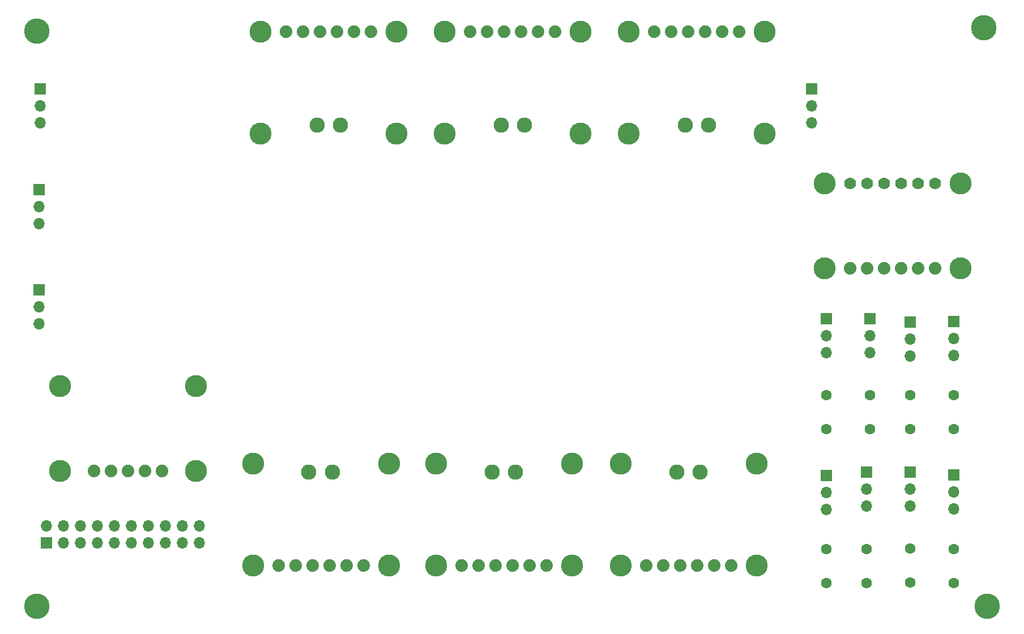
<source format=gbr>
%TF.GenerationSoftware,KiCad,Pcbnew,(6.0.0-0)*%
%TF.CreationDate,2022-09-21T21:39:14-04:00*%
%TF.ProjectId,PEC_Prognostic_Board,5045435f-5072-46f6-976e-6f737469635f,rev?*%
%TF.SameCoordinates,Original*%
%TF.FileFunction,Soldermask,Top*%
%TF.FilePolarity,Negative*%
%FSLAX46Y46*%
G04 Gerber Fmt 4.6, Leading zero omitted, Abs format (unit mm)*
G04 Created by KiCad (PCBNEW (6.0.0-0)) date 2022-09-21 21:39:14*
%MOMM*%
%LPD*%
G01*
G04 APERTURE LIST*
%ADD10C,3.800000*%
%ADD11C,2.600000*%
%ADD12O,1.700000X1.700000*%
%ADD13R,1.700000X1.700000*%
%ADD14C,1.600000*%
%ADD15C,3.301600*%
%ADD16C,1.879600*%
%ADD17C,2.286000*%
%ADD18C,1.778000*%
G04 APERTURE END LIST*
D10*
%TO.C,REF\u002A\u002A*%
X74000000Y-44500000D03*
D11*
X74000000Y-44500000D03*
%TD*%
D10*
%TO.C,REF\u002A\u002A*%
X215500000Y-44000000D03*
D11*
X215500000Y-44000000D03*
%TD*%
D10*
%TO.C,REF\u002A\u002A*%
X216000000Y-130500000D03*
D11*
X216000000Y-130500000D03*
%TD*%
D10*
%TO.C,REF\u002A\u002A*%
X74000000Y-130500000D03*
D11*
X74000000Y-130500000D03*
%TD*%
D12*
%TO.C,U9*%
X189811267Y-58165647D03*
X189811267Y-55625647D03*
D13*
X189811267Y-53085647D03*
%TD*%
D14*
%TO.C,R1*%
X198000000Y-127000000D03*
X198000000Y-121920000D03*
%TD*%
D15*
%TO.C,U1*%
X77463000Y-97533000D03*
X97783000Y-97533000D03*
X97783000Y-110233000D03*
X77463000Y-110233000D03*
D16*
X92703000Y-110233000D03*
X90163000Y-110233000D03*
X87623000Y-110233000D03*
X85083000Y-110233000D03*
X82543000Y-110233000D03*
%TD*%
D12*
%TO.C,TH7*%
X211000000Y-93040000D03*
X211000000Y-90500000D03*
D13*
X211000000Y-87960000D03*
%TD*%
D12*
%TO.C,TH5*%
X211000000Y-115985000D03*
X211000000Y-113445000D03*
D13*
X211000000Y-110905000D03*
%TD*%
D15*
%TO.C,U4*%
X153963000Y-124428000D03*
X133643000Y-109188000D03*
X153963000Y-109188000D03*
X133643000Y-124428000D03*
D16*
X150153000Y-124428000D03*
X147613000Y-124428000D03*
X145073000Y-124428000D03*
X142533000Y-124428000D03*
D17*
X145503000Y-110458000D03*
D16*
X139993000Y-124428000D03*
D17*
X142003000Y-110458000D03*
D16*
X137453000Y-124428000D03*
%TD*%
D12*
%TO.C,TH6*%
X204500000Y-93055000D03*
X204500000Y-90515000D03*
D13*
X204500000Y-87975000D03*
%TD*%
D15*
%TO.C,U7*%
X182737000Y-44572000D03*
X162417000Y-59812000D03*
X182737000Y-59812000D03*
X162417000Y-44572000D03*
D16*
X166227000Y-44572000D03*
X168767000Y-44572000D03*
X171307000Y-44572000D03*
X173847000Y-44572000D03*
X176387000Y-44572000D03*
D17*
X170877000Y-58542000D03*
X174377000Y-58542000D03*
D16*
X178927000Y-44572000D03*
%TD*%
D14*
%TO.C,R2*%
X192000000Y-104025000D03*
X192000000Y-98945000D03*
%TD*%
D12*
%TO.C,U12*%
X74311267Y-88268923D03*
X74311267Y-85728923D03*
D13*
X74311267Y-83188923D03*
%TD*%
D14*
%TO.C,R0*%
X192000000Y-127045000D03*
X192000000Y-121965000D03*
%TD*%
%TO.C,R7*%
X211000000Y-104045000D03*
X211000000Y-98965000D03*
%TD*%
D15*
%TO.C,U8*%
X106263000Y-109188000D03*
X126583000Y-109188000D03*
X126583000Y-124428000D03*
X106263000Y-124428000D03*
D16*
X122773000Y-124428000D03*
X120233000Y-124428000D03*
X117693000Y-124428000D03*
X115153000Y-124428000D03*
X112613000Y-124428000D03*
D17*
X118123000Y-110458000D03*
D16*
X110073000Y-124428000D03*
D17*
X114623000Y-110458000D03*
%TD*%
D12*
%TO.C,U11*%
X74311267Y-73268923D03*
X74311267Y-70728923D03*
D13*
X74311267Y-68188923D03*
%TD*%
D14*
%TO.C,R3*%
X198500000Y-104025000D03*
X198500000Y-98945000D03*
%TD*%
D12*
%TO.C,TH0*%
X192000000Y-116020000D03*
X192000000Y-113480000D03*
D13*
X192000000Y-110940000D03*
%TD*%
D12*
%TO.C,TH4*%
X204500000Y-115540000D03*
X204500000Y-113000000D03*
D13*
X204500000Y-110460000D03*
%TD*%
D12*
%TO.C,U10*%
X74444250Y-58165647D03*
X74444250Y-55625647D03*
D13*
X74444250Y-53085647D03*
%TD*%
D15*
%TO.C,U6*%
X161263000Y-109188000D03*
X161263000Y-124428000D03*
X181583000Y-109188000D03*
X181583000Y-124428000D03*
D16*
X177773000Y-124428000D03*
X175233000Y-124428000D03*
X172693000Y-124428000D03*
X170153000Y-124428000D03*
X167613000Y-124428000D03*
D17*
X173123000Y-110458000D03*
D16*
X165073000Y-124428000D03*
D17*
X169623000Y-110458000D03*
%TD*%
D12*
%TO.C,TH3*%
X198500000Y-92580000D03*
X198500000Y-90040000D03*
D13*
X198500000Y-87500000D03*
%TD*%
D12*
%TO.C,J1*%
X98280000Y-118500000D03*
X98280000Y-121040000D03*
X95740000Y-118500000D03*
X95740000Y-121040000D03*
X93200000Y-118500000D03*
X93200000Y-121040000D03*
X90660000Y-118500000D03*
X90660000Y-121040000D03*
X88120000Y-118500000D03*
X88120000Y-121040000D03*
X85580000Y-118500000D03*
X85580000Y-121040000D03*
X83040000Y-118500000D03*
X83040000Y-121040000D03*
X80500000Y-118500000D03*
X80500000Y-121040000D03*
X77960000Y-118500000D03*
X77960000Y-121040000D03*
X75420000Y-118500000D03*
D13*
X75420000Y-121040000D03*
%TD*%
D12*
%TO.C,TH1*%
X198000000Y-115555000D03*
X198000000Y-113015000D03*
D13*
X198000000Y-110475000D03*
%TD*%
D15*
%TO.C,U5*%
X155237000Y-44572000D03*
X155237000Y-59812000D03*
X134917000Y-44572000D03*
X134917000Y-59812000D03*
D16*
X138727000Y-44572000D03*
X141267000Y-44572000D03*
X143807000Y-44572000D03*
X146347000Y-44572000D03*
D17*
X143377000Y-58542000D03*
D16*
X148887000Y-44572000D03*
X151427000Y-44572000D03*
D17*
X146877000Y-58542000D03*
%TD*%
D15*
%TO.C,U2*%
X191763000Y-67288000D03*
X212083000Y-67288000D03*
X212083000Y-79988000D03*
X191763000Y-79988000D03*
D16*
X208273000Y-79988000D03*
D18*
X208273000Y-67288000D03*
X205733000Y-67288000D03*
D16*
X205733000Y-79988000D03*
D18*
X203193000Y-67288000D03*
D16*
X203193000Y-79988000D03*
X200653000Y-79988000D03*
D18*
X200653000Y-67288000D03*
X198113000Y-67288000D03*
D16*
X198113000Y-79988000D03*
X195573000Y-79988000D03*
D18*
X195573000Y-67288000D03*
%TD*%
D12*
%TO.C,TH2*%
X192000000Y-92580000D03*
X192000000Y-90040000D03*
D13*
X192000000Y-87500000D03*
%TD*%
D14*
%TO.C,R5*%
X211000000Y-127030000D03*
X211000000Y-121950000D03*
%TD*%
D15*
%TO.C,U3*%
X107417000Y-44572000D03*
X107417000Y-59812000D03*
X127737000Y-59812000D03*
X127737000Y-44572000D03*
D16*
X111227000Y-44572000D03*
X113767000Y-44572000D03*
X116307000Y-44572000D03*
X118847000Y-44572000D03*
X121387000Y-44572000D03*
D17*
X115877000Y-58542000D03*
D16*
X123927000Y-44572000D03*
D17*
X119377000Y-58542000D03*
%TD*%
D14*
%TO.C,R4*%
X204500000Y-126985000D03*
X204500000Y-121905000D03*
%TD*%
%TO.C,R6*%
X204500000Y-104045000D03*
X204500000Y-98965000D03*
%TD*%
M02*

</source>
